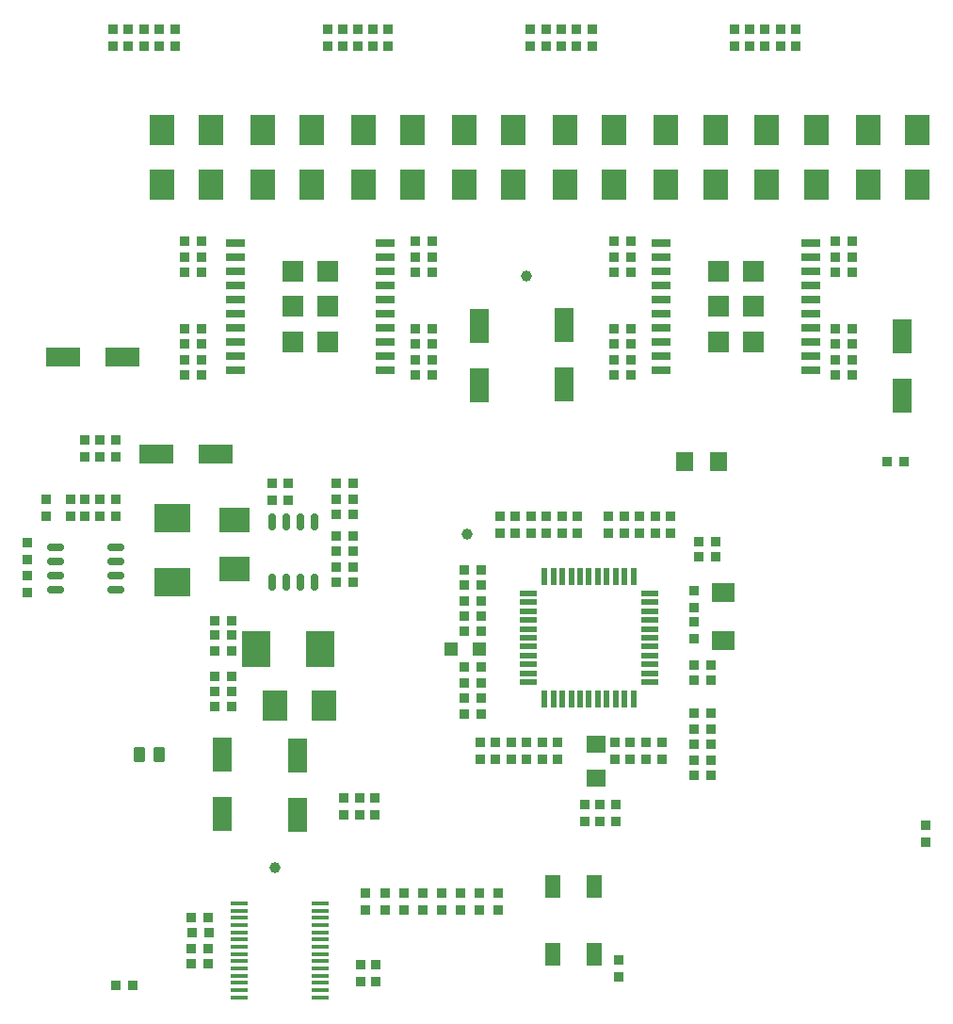
<source format=gtp>
%FSTAX23Y23*%
%MOIN*%
%SFA1B1*%

%IPPOS*%
%AMD10*
4,1,8,-0.015000,-0.027500,0.015000,-0.027500,0.020000,-0.022500,0.020000,0.022500,0.015000,0.027500,-0.015000,0.027500,-0.020000,0.022500,-0.020000,-0.022500,-0.015000,-0.027500,0.0*
1,1,0.010000,-0.015000,-0.022500*
1,1,0.010000,0.015000,-0.022500*
1,1,0.010000,0.015000,0.022500*
1,1,0.010000,-0.015000,0.022500*
%
%AMD11*
4,1,8,-0.017500,0.013100,-0.017500,-0.013100,-0.013100,-0.017500,0.013100,-0.017500,0.017500,-0.013100,0.017500,0.013100,0.013100,0.017500,-0.013100,0.017500,-0.017500,0.013100,0.0*
1,1,0.008760,-0.013100,0.013100*
1,1,0.008760,-0.013100,-0.013100*
1,1,0.008760,0.013100,-0.013100*
1,1,0.008760,0.013100,0.013100*
%
%AMD12*
4,1,8,-0.013100,-0.017500,0.013100,-0.017500,0.017500,-0.013100,0.017500,0.013100,0.013100,0.017500,-0.013100,0.017500,-0.017500,0.013100,-0.017500,-0.013100,-0.013100,-0.017500,0.0*
1,1,0.008760,-0.013100,-0.013100*
1,1,0.008760,0.013100,-0.013100*
1,1,0.008760,0.013100,0.013100*
1,1,0.008760,-0.013100,0.013100*
%
%AMD20*
4,1,8,0.030500,-0.005900,0.030500,0.005900,0.024600,0.011800,-0.024600,0.011800,-0.030500,0.005900,-0.030500,-0.005900,-0.024600,-0.011800,0.024600,-0.011800,0.030500,-0.005900,0.0*
1,1,0.011820,0.024600,-0.005900*
1,1,0.011820,0.024600,0.005900*
1,1,0.011820,-0.024600,0.005900*
1,1,0.011820,-0.024600,-0.005900*
%
%AMD21*
4,1,8,-0.005900,-0.030500,0.005900,-0.030500,0.011800,-0.024600,0.011800,0.024600,0.005900,0.030500,-0.005900,0.030500,-0.011800,0.024600,-0.011800,-0.024600,-0.005900,-0.030500,0.0*
1,1,0.011820,-0.005900,-0.024600*
1,1,0.011820,0.005900,-0.024600*
1,1,0.011820,0.005900,0.024600*
1,1,0.011820,-0.005900,0.024600*
%
G04~CAMADD=10~8~0.0~0.0~400.0~550.0~50.0~0.0~15~0.0~0.0~0.0~0.0~0~0.0~0.0~0.0~0.0~0~0.0~0.0~0.0~180.0~400.0~550.0*
%ADD10D10*%
G04~CAMADD=11~8~0.0~0.0~350.0~350.0~43.8~0.0~15~0.0~0.0~0.0~0.0~0~0.0~0.0~0.0~0.0~0~0.0~0.0~0.0~90.0~350.0~350.0*
%ADD11D11*%
G04~CAMADD=12~8~0.0~0.0~350.0~350.0~43.8~0.0~15~0.0~0.0~0.0~0.0~0~0.0~0.0~0.0~0.0~0~0.0~0.0~0.0~180.0~350.0~350.0*
%ADD12D12*%
%ADD13C,0.039370*%
%ADD14R,0.085000X0.107990*%
%ADD16R,0.065000X0.025000*%
%ADD17R,0.065000X0.120000*%
%ADD18R,0.120000X0.065000*%
%ADD19R,0.107990X0.085000*%
G04~CAMADD=20~8~0.0~0.0~236.2~610.2~59.1~0.0~15~0.0~0.0~0.0~0.0~0~0.0~0.0~0.0~0.0~0~0.0~0.0~0.0~270.0~610.0~236.0*
%ADD20D20*%
G04~CAMADD=21~8~0.0~0.0~236.2~610.2~59.1~0.0~15~0.0~0.0~0.0~0.0~0~0.0~0.0~0.0~0.0~0~0.0~0.0~0.0~180.0~236.0~610.0*
%ADD21D21*%
%ADD22R,0.098430X0.125980*%
%ADD23R,0.066000X0.060000*%
%ADD24R,0.080000X0.070000*%
%ADD25R,0.055120X0.078740*%
%ADD26R,0.060000X0.066000*%
%ADD27R,0.050000X0.050000*%
%ADD28R,0.059840X0.022050*%
%ADD29R,0.022050X0.059840*%
%ADD30R,0.125980X0.098430*%
%ADD31R,0.059060X0.015750*%
%ADD58R,0.075000X0.075000*%
%LNcontrolboard-1*%
%LPD*%
G54D10*
X00512Y01175D03*
X00442D03*
G54D11*
X02325Y0196D03*
X02215D03*
X0216D03*
X02105D03*
X0172D03*
X01775D03*
X0183D03*
X01885D03*
X0194D03*
X01995D03*
X0227D03*
X0214Y0039D03*
Y0045D03*
X03226Y00925D03*
Y00865D03*
X01245Y00685D03*
Y00625D03*
X01647Y00685D03*
Y00625D03*
X0158Y00685D03*
Y00625D03*
X01379Y00685D03*
Y00625D03*
X01446Y00685D03*
Y00625D03*
X02712Y03684D03*
Y03744D03*
X01991Y03684D03*
Y03744D03*
X02767Y03684D03*
Y03744D03*
X02604Y03684D03*
Y03744D03*
X02046Y03684D03*
Y03744D03*
X02658Y03684D03*
Y03744D03*
X0255D03*
Y03684D03*
X01882D03*
Y03744D03*
X01937Y03684D03*
Y03744D03*
X01828D03*
Y03684D03*
X0127D03*
Y03744D03*
X01324Y03684D03*
Y03744D03*
X01163Y03684D03*
Y03744D03*
X01216Y03684D03*
Y03744D03*
X01109D03*
Y03684D03*
X01167Y01023D03*
Y00963D03*
X01222Y01023D03*
Y00963D03*
X01277Y01023D03*
Y00963D03*
X0025Y02229D03*
Y02289D03*
X00305Y02229D03*
Y02289D03*
X0036Y02229D03*
Y02289D03*
X00048Y01926D03*
Y01866D03*
X00112Y0202D03*
Y0208D03*
X00048Y01811D03*
Y01751D03*
X002Y0208D03*
Y0202D03*
X0025D03*
Y0208D03*
X00305Y0202D03*
Y0208D03*
X0036Y0202D03*
Y0208D03*
X00969Y02137D03*
Y02077D03*
X00914D03*
Y02137D03*
X0213Y0094D03*
Y01D03*
X01995Y0202D03*
X0187Y01221D03*
Y01161D03*
X0194Y0202D03*
X01925Y01221D03*
Y01161D03*
X02408Y01695D03*
Y01755D03*
X0202Y01D03*
Y0094D03*
X02075D03*
Y01D03*
X02408Y01645D03*
Y01585D03*
X01815Y01221D03*
Y01161D03*
X01759Y01221D03*
Y01161D03*
X02105Y0202D03*
X0216D03*
X02215D03*
X0172D03*
X01775D03*
X0183D03*
X01885D03*
X02292Y01221D03*
Y01161D03*
X02237Y01221D03*
Y01161D03*
X01649Y01221D03*
Y01161D03*
X0227Y0202D03*
X01704Y01221D03*
Y01161D03*
X02325Y0202D03*
X02181Y01221D03*
Y01161D03*
X02126Y01221D03*
Y01161D03*
X01226Y00433D03*
Y00373D03*
X0128Y00433D03*
Y00373D03*
X01715Y00625D03*
Y00685D03*
X01312Y00625D03*
Y00685D03*
X01513D03*
Y00625D03*
X0035Y03744D03*
Y03684D03*
X00405D03*
Y03744D03*
X00459Y03684D03*
Y03744D03*
X00514Y03684D03*
Y03744D03*
X00569Y03684D03*
Y03744D03*
G54D12*
X0315Y02213D03*
X0309D03*
X02966Y02684D03*
X02906D03*
Y02629D03*
X02966D03*
X02123Y0252D03*
X02183D03*
Y02574D03*
X02123D03*
X0148Y02684D03*
X0142D03*
Y02629D03*
X0148D03*
X00603Y0252D03*
X00663D03*
Y02574D03*
X00603D03*
X02906Y02992D03*
X02966D03*
X02906Y02937D03*
X02966D03*
X02906Y02882D03*
X02966D03*
X02183D03*
X02123D03*
X02183Y02937D03*
X02123D03*
X02183Y02992D03*
X02123D03*
X0142D03*
X0148D03*
X0142Y02937D03*
X0148D03*
X0142Y02882D03*
X0148D03*
X00663D03*
X00603D03*
X00663Y02937D03*
X00603D03*
X00663Y02992D03*
X00603D03*
X02906Y02574D03*
X02966D03*
X02906Y0252D03*
X02966D03*
X02183Y02629D03*
X02123D03*
X02183Y02684D03*
X02123D03*
X0142Y02574D03*
X0148D03*
X0142Y0252D03*
X0148D03*
X00663Y02629D03*
X00603D03*
X00663Y02684D03*
X00603D03*
X0077Y01651D03*
X0071D03*
X0077Y01598D03*
X0071D03*
X0077Y01544D03*
X0071D03*
Y01452D03*
X0077D03*
X0071Y01399D03*
X0077D03*
X0071Y01345D03*
X0077D03*
X012Y02136D03*
X0114D03*
X012Y02081D03*
X0114D03*
Y02026D03*
X012D03*
Y01951D03*
X0114D03*
Y01841D03*
X012D03*
X0114Y01896D03*
X012D03*
X0114Y01786D03*
X012D03*
X02408Y01439D03*
X02468D03*
X02408Y01494D03*
X02468D03*
X01594Y01612D03*
X01654D03*
X01594Y01667D03*
X01654D03*
X01594Y01721D03*
X01654D03*
Y01321D03*
X01594D03*
Y01776D03*
X01654D03*
Y01376D03*
X01594D03*
X01654Y01431D03*
X01594D03*
X01654Y01486D03*
X01594D03*
X01654Y0183D03*
X01594D03*
X02468Y01322D03*
X02408D03*
X02468Y01267D03*
X02408D03*
X02468Y01212D03*
X02408D03*
X02425Y0193D03*
X02485D03*
X02408Y01157D03*
X02468D03*
X02408Y01102D03*
X02468D03*
X02425Y01875D03*
X02485D03*
X00688Y0049D03*
X00628D03*
X00687Y00435D03*
X00627D03*
X00687Y00599D03*
X00627D03*
X0042Y00359D03*
X0036D03*
X00689Y00545D03*
X00629D03*
G54D13*
X00924Y00775D03*
X01813Y02871D03*
X01605Y01957D03*
G54D14*
X03197Y03193D03*
X03022D03*
X02665D03*
X02839D03*
X01951D03*
X02125D03*
X02482D03*
X02308D03*
X02125Y03387D03*
X01951D03*
X02308D03*
X02482D03*
X03022D03*
X03197D03*
X02839D03*
X02665D03*
X01054Y03193D03*
X0088D03*
X00522D03*
X00697D03*
X01768D03*
X01594D03*
X01237D03*
X01411D03*
X0088Y03387D03*
X01054D03*
X00697D03*
X00522D03*
X01594D03*
X01768D03*
X01411D03*
X01237D03*
X01098Y01348D03*
X00923D03*
G54D16*
X0282Y02987D03*
Y02937D03*
Y02887D03*
Y02837D03*
Y02787D03*
Y02737D03*
Y02687D03*
Y02637D03*
Y02587D03*
Y02537D03*
X0229D03*
Y02587D03*
Y02637D03*
Y02687D03*
Y02737D03*
Y02787D03*
Y02837D03*
Y02887D03*
Y02937D03*
Y02987D03*
X01313D03*
Y02937D03*
Y02887D03*
Y02837D03*
Y02787D03*
Y02737D03*
Y02687D03*
Y02637D03*
Y02587D03*
Y02537D03*
X00783D03*
Y02587D03*
Y02637D03*
Y02687D03*
Y02737D03*
Y02787D03*
Y02837D03*
Y02887D03*
Y02937D03*
Y02987D03*
G54D17*
X03145Y02655D03*
Y02445D03*
X01946Y02695D03*
Y02485D03*
X01647Y02694D03*
Y02484D03*
X00737Y01176D03*
Y00966D03*
X01002Y01173D03*
Y00963D03*
G54D18*
X00385Y02584D03*
X00175D03*
X00504Y02241D03*
X00714D03*
G54D19*
X0078Y02007D03*
Y01832D03*
G54D20*
X00148Y0191D03*
Y0186D03*
Y0181D03*
Y0176D03*
X00361Y0191D03*
Y0186D03*
Y0181D03*
Y0176D03*
G54D21*
X01065Y01998D03*
X01015D03*
X00965D03*
X00915D03*
X01065Y01785D03*
X01015D03*
X00965D03*
X00915D03*
G54D22*
X00857Y0155D03*
X01082D03*
G54D23*
X0206Y01212D03*
Y01092D03*
G54D24*
X0251Y0158D03*
Y0175D03*
G54D25*
X02052Y00708D03*
Y00471D03*
X01907Y00708D03*
Y00471D03*
G54D26*
X02375Y02214D03*
X02495D03*
G54D27*
X01546Y01549D03*
X01646D03*
G54D28*
X0182Y01747D03*
Y01715D03*
Y01684D03*
Y01652D03*
Y01621D03*
Y01589D03*
Y01558D03*
Y01527D03*
Y01495D03*
Y01464D03*
Y01432D03*
X02251D03*
Y01464D03*
Y01495D03*
Y01527D03*
Y01558D03*
Y01589D03*
Y01621D03*
Y01652D03*
Y01684D03*
Y01715D03*
Y01747D03*
G54D29*
X01878Y01374D03*
X01909D03*
X01941D03*
X01972D03*
X02004D03*
X02035D03*
X02067D03*
X02098D03*
X0213D03*
X02161D03*
X02193D03*
Y01805D03*
X02161D03*
X0213D03*
X02098D03*
X02067D03*
X02035D03*
X02004D03*
X01972D03*
X01941D03*
X01909D03*
X01878D03*
G54D30*
X0056Y01787D03*
Y02012D03*
G54D31*
X01082Y00317D03*
Y00343D03*
Y00368D03*
Y00394D03*
Y0042D03*
Y00445D03*
Y00471D03*
Y00496D03*
Y00522D03*
Y00547D03*
Y00573D03*
Y00599D03*
Y00624D03*
Y0065D03*
X00797D03*
Y00624D03*
Y00599D03*
Y00573D03*
Y00547D03*
Y00522D03*
Y00496D03*
Y00471D03*
Y00445D03*
Y0042D03*
Y00394D03*
Y00368D03*
Y00343D03*
Y00317D03*
G54D58*
X02617Y02637D03*
X02492D03*
X02617Y02762D03*
X02492D03*
X02617Y02887D03*
X02492D03*
X01111Y02637D03*
X00986D03*
X01111Y02762D03*
X00986D03*
X01111Y02887D03*
X00986D03*
M02*
</source>
